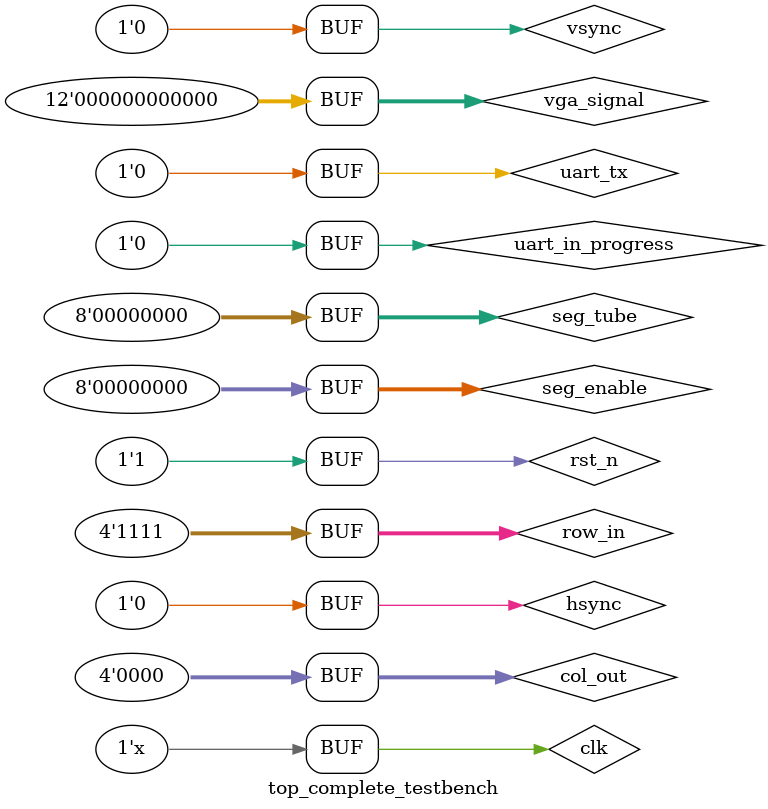
<source format=v>
`timescale 1ns / 1ps

module top_complete_testbench ();
    reg clk = 0, rst_n = 1;
    wire uart_in_progress = 0, hsync = 0, vsync = 0, uart_tx = 0;
    reg [3:0] row_in = 4'b1111;
    wire [3:0] col_out = 0;
    wire [7:0] seg_tube = 0, seg_enable = 0;
    wire [11:0] vga_signal = 0;
    
    top uut(
    .clk_raw(clk), .rst_n(rst_n),
    .switch_map(8'b1111_1111),
    .uart_rx(1'b0),
    .row_in(row_in),
    .col_out(col_out),
    .seg_tube(seg_tube),   
    .seg_enable(seg_enable),
    .vga_signal(vga_signal),
    .uart_in_progress(uart_in_progress),
    .hsync(hsync), 
    .vsync(vsync),
    .uart_tx(uart_tx)
    );

    always begin
        #5 clk = ~clk;
    end

    initial begin
        #5 rst_n = 0;
        #5 rst_n = 1;

        #2500010
            row_in = 4'b1110; // three
        #2500010
            // row_in = 4'b1110; // two
            row_in = 4'b1111; // none
        #2500010
            // row_in = 4'b1110; // one
            row_in = 4'b1111; // none
        #2500010
            row_in = 4'b1111; // none
        #2500010
            row_in = 4'b0111; // enter
        #2500010
            row_in = 4'b1111; // none
        
        #10000040
        #2500010
            // row_in = 4'b1110; // one
            row_in = 4'b1111;
        #2500010
            row_in = 4'b1111;
        #2500010
            row_in = 4'b0111;
        #2500010
            row_in = 4'b1111;
        
        // #2500000
        // #2500000
            // row_in = 4'b1110;
        
        #10000040
        #2500010
            row_in = 4'b1101;
        #2500010
            row_in = 4'b1111;
        #2500010
            row_in = 4'b0111;
        #2500010
            row_in = 4'b1111;
        
        #10000040
        #2500010
            row_in = 4'b1110;
        #2500010
            row_in = 4'b1111;
        #2500010
            row_in = 4'b0111;
        #2500010
            row_in = 4'b1111;
        
        #10000040
        #2500010
            row_in = 4'b1110;
        #2500010
            row_in = 4'b1111;
        #2500010
            row_in = 4'b0111;
        #2500010
            row_in = 4'b1111;
        #10000040
        #2500010
            row_in = 4'b1011;
        #2500010
            row_in = 4'b1111;
        #2500010
            row_in = 4'b0111;
        #2500010
            row_in = 4'b1111;
    end

endmodule
</source>
